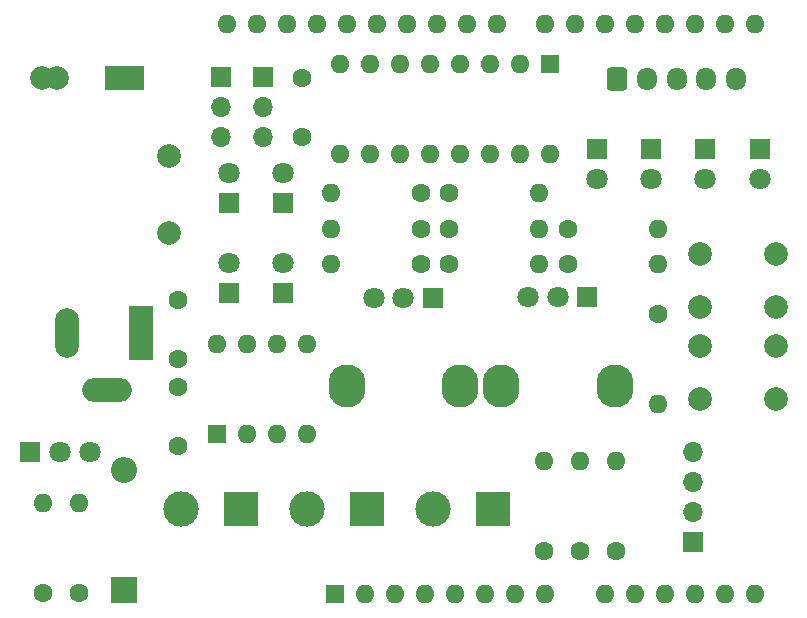
<source format=gts>
%TF.GenerationSoftware,KiCad,Pcbnew,6.0.9-8da3e8f707~116~ubuntu20.04.1*%
%TF.CreationDate,2022-11-14T11:53:29+01:00*%
%TF.ProjectId,shield_b,73686965-6c64-45f6-922e-6b696361645f,1.2*%
%TF.SameCoordinates,Original*%
%TF.FileFunction,Soldermask,Top*%
%TF.FilePolarity,Negative*%
%FSLAX46Y46*%
G04 Gerber Fmt 4.6, Leading zero omitted, Abs format (unit mm)*
G04 Created by KiCad (PCBNEW 6.0.9-8da3e8f707~116~ubuntu20.04.1) date 2022-11-14 11:53:29*
%MOMM*%
%LPD*%
G01*
G04 APERTURE LIST*
G04 Aperture macros list*
%AMRoundRect*
0 Rectangle with rounded corners*
0 $1 Rounding radius*
0 $2 $3 $4 $5 $6 $7 $8 $9 X,Y pos of 4 corners*
0 Add a 4 corners polygon primitive as box body*
4,1,4,$2,$3,$4,$5,$6,$7,$8,$9,$2,$3,0*
0 Add four circle primitives for the rounded corners*
1,1,$1+$1,$2,$3*
1,1,$1+$1,$4,$5*
1,1,$1+$1,$6,$7*
1,1,$1+$1,$8,$9*
0 Add four rect primitives between the rounded corners*
20,1,$1+$1,$2,$3,$4,$5,0*
20,1,$1+$1,$4,$5,$6,$7,0*
20,1,$1+$1,$6,$7,$8,$9,0*
20,1,$1+$1,$8,$9,$2,$3,0*%
G04 Aperture macros list end*
%ADD10R,1.600000X1.600000*%
%ADD11O,1.600000X1.600000*%
%ADD12C,1.600000*%
%ADD13R,1.800000X1.800000*%
%ADD14C,1.800000*%
%ADD15R,1.700000X1.700000*%
%ADD16O,1.700000X1.700000*%
%ADD17R,3.000000X3.000000*%
%ADD18C,3.000000*%
%ADD19C,2.000000*%
%ADD20RoundRect,0.250000X-0.600000X-0.725000X0.600000X-0.725000X0.600000X0.725000X-0.600000X0.725000X0*%
%ADD21O,1.700000X1.950000*%
%ADD22O,3.120000X3.640000*%
%ADD23R,2.200000X2.200000*%
%ADD24O,2.200000X2.200000*%
%ADD25R,2.000000X4.600000*%
%ADD26O,2.000000X4.200000*%
%ADD27O,4.200000X2.000000*%
%ADD28R,2.000000X2.000000*%
G04 APERTURE END LIST*
D10*
X88392000Y-79492000D03*
D11*
X90932000Y-79492000D03*
X93472000Y-79492000D03*
X96012000Y-79492000D03*
X96012000Y-71872000D03*
X93472000Y-71872000D03*
X90932000Y-71872000D03*
X88392000Y-71872000D03*
D12*
X108000000Y-62100000D03*
D11*
X115620000Y-62100000D03*
D10*
X116596000Y-48150000D03*
D11*
X114056000Y-48150000D03*
X111516000Y-48150000D03*
X108976000Y-48150000D03*
X106436000Y-48150000D03*
X103896000Y-48150000D03*
X101356000Y-48150000D03*
X98816000Y-48150000D03*
X98816000Y-55770000D03*
X101356000Y-55770000D03*
X103896000Y-55770000D03*
X106436000Y-55770000D03*
X108976000Y-55770000D03*
X111516000Y-55770000D03*
X114056000Y-55770000D03*
X116596000Y-55770000D03*
D13*
X125150000Y-55375000D03*
D14*
X125150000Y-57915000D03*
D15*
X128700000Y-88650000D03*
D16*
X128700000Y-86110000D03*
X128700000Y-83570000D03*
X128700000Y-81030000D03*
D12*
X105700000Y-65100000D03*
D11*
X98080000Y-65100000D03*
D13*
X93980000Y-59949000D03*
D14*
X93980000Y-57409000D03*
D12*
X118080000Y-65100000D03*
D11*
X125700000Y-65100000D03*
D13*
X89408000Y-67564000D03*
D14*
X89408000Y-65024000D03*
D13*
X89408000Y-59949000D03*
D14*
X89408000Y-57409000D03*
D12*
X118080000Y-62100000D03*
D11*
X125700000Y-62100000D03*
D17*
X111760000Y-85850000D03*
D18*
X106680000Y-85850000D03*
D19*
X84328000Y-62432000D03*
X84328000Y-55932000D03*
D20*
X122300000Y-49450000D03*
D21*
X124800000Y-49450000D03*
X127300000Y-49450000D03*
X129800000Y-49450000D03*
X132300000Y-49450000D03*
D12*
X85090000Y-73112000D03*
X85090000Y-68112000D03*
X95600000Y-49300000D03*
X95600000Y-54300000D03*
X85090000Y-80478000D03*
X85090000Y-75478000D03*
X76708000Y-92964000D03*
D11*
X76708000Y-85344000D03*
D19*
X129250000Y-68750000D03*
X135750000Y-68750000D03*
X129250000Y-64250000D03*
X135750000Y-64250000D03*
X135750000Y-72050000D03*
X129250000Y-72050000D03*
X129250000Y-76550000D03*
X135750000Y-76550000D03*
D22*
X99366000Y-75438000D03*
X108966000Y-75438000D03*
D13*
X106666000Y-67938000D03*
D14*
X104166000Y-67938000D03*
X101666000Y-67938000D03*
D12*
X105700000Y-62100000D03*
D11*
X98080000Y-62100000D03*
D17*
X101092000Y-85852000D03*
D18*
X96012000Y-85852000D03*
D23*
X80518000Y-92710000D03*
D24*
X80518000Y-82550000D03*
D12*
X125700000Y-69350000D03*
D11*
X125700000Y-76970000D03*
D12*
X108000000Y-65100000D03*
D11*
X115620000Y-65100000D03*
D25*
X82000000Y-70950000D03*
D26*
X75700000Y-70950000D03*
D27*
X79100000Y-75750000D03*
D12*
X122174000Y-89360000D03*
D11*
X122174000Y-81740000D03*
D13*
X134350000Y-55375000D03*
D14*
X134350000Y-57915000D03*
D15*
X88700000Y-49291000D03*
D16*
X88700000Y-51831000D03*
X88700000Y-54371000D03*
D22*
X112450000Y-75375000D03*
X122050000Y-75375000D03*
D13*
X119750000Y-67875000D03*
D14*
X117250000Y-67875000D03*
X114750000Y-67875000D03*
D13*
X129750000Y-55375000D03*
D14*
X129750000Y-57915000D03*
D17*
X90424000Y-85850000D03*
D18*
X85344000Y-85850000D03*
D12*
X105700000Y-59100000D03*
D11*
X98080000Y-59100000D03*
D12*
X73660000Y-92964000D03*
D11*
X73660000Y-85344000D03*
D13*
X93980000Y-67569000D03*
D14*
X93980000Y-65029000D03*
D13*
X72550000Y-81026000D03*
D14*
X75090000Y-81026000D03*
X77630000Y-81026000D03*
D12*
X108000000Y-59100000D03*
D11*
X115620000Y-59100000D03*
D28*
X79930000Y-49350000D03*
X81200000Y-49350000D03*
D19*
X74850000Y-49350000D03*
X73600000Y-49350000D03*
D12*
X116078000Y-89360000D03*
D11*
X116078000Y-81740000D03*
D12*
X119126000Y-89360000D03*
D11*
X119126000Y-81740000D03*
D13*
X120550000Y-55375000D03*
D14*
X120550000Y-57915000D03*
D15*
X92300000Y-49291000D03*
D16*
X92300000Y-51831000D03*
X92300000Y-54371000D03*
D10*
X98400000Y-93000000D03*
D11*
X100940000Y-93000000D03*
X103480000Y-93000000D03*
X106020000Y-93000000D03*
X108560000Y-93000000D03*
X111100000Y-93000000D03*
X113640000Y-93000000D03*
X116180000Y-93000000D03*
X121260000Y-93000000D03*
X123800000Y-93000000D03*
X126340000Y-93000000D03*
X128880000Y-93000000D03*
X131420000Y-93000000D03*
X133960000Y-93000000D03*
X133960000Y-44740000D03*
X131420000Y-44740000D03*
X128880000Y-44740000D03*
X126340000Y-44740000D03*
X123800000Y-44740000D03*
X121260000Y-44740000D03*
X118720000Y-44740000D03*
X116180000Y-44740000D03*
X112120000Y-44740000D03*
X109580000Y-44740000D03*
X107040000Y-44740000D03*
X104500000Y-44740000D03*
X101960000Y-44740000D03*
X99420000Y-44740000D03*
X96880000Y-44740000D03*
X94340000Y-44740000D03*
X91800000Y-44740000D03*
X89260000Y-44740000D03*
M02*

</source>
